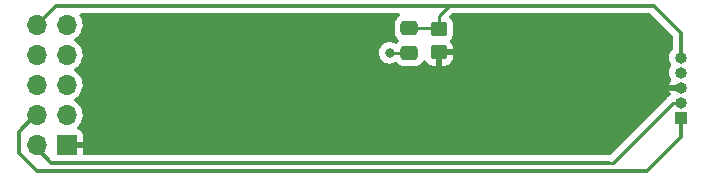
<source format=gbr>
%TF.GenerationSoftware,KiCad,Pcbnew,(6.0.2)*%
%TF.CreationDate,2023-02-06T19:57:10-08:00*%
%TF.ProjectId,SWD_to_v4WF_Cable,5357445f-746f-45f7-9634-57465f436162,rev?*%
%TF.SameCoordinates,Original*%
%TF.FileFunction,Copper,L1,Top*%
%TF.FilePolarity,Positive*%
%FSLAX46Y46*%
G04 Gerber Fmt 4.6, Leading zero omitted, Abs format (unit mm)*
G04 Created by KiCad (PCBNEW (6.0.2)) date 2023-02-06 19:57:10*
%MOMM*%
%LPD*%
G01*
G04 APERTURE LIST*
G04 Aperture macros list*
%AMRoundRect*
0 Rectangle with rounded corners*
0 $1 Rounding radius*
0 $2 $3 $4 $5 $6 $7 $8 $9 X,Y pos of 4 corners*
0 Add a 4 corners polygon primitive as box body*
4,1,4,$2,$3,$4,$5,$6,$7,$8,$9,$2,$3,0*
0 Add four circle primitives for the rounded corners*
1,1,$1+$1,$2,$3*
1,1,$1+$1,$4,$5*
1,1,$1+$1,$6,$7*
1,1,$1+$1,$8,$9*
0 Add four rect primitives between the rounded corners*
20,1,$1+$1,$2,$3,$4,$5,0*
20,1,$1+$1,$4,$5,$6,$7,0*
20,1,$1+$1,$6,$7,$8,$9,0*
20,1,$1+$1,$8,$9,$2,$3,0*%
G04 Aperture macros list end*
%TA.AperFunction,SMDPad,CuDef*%
%ADD10RoundRect,0.250000X0.450000X-0.350000X0.450000X0.350000X-0.450000X0.350000X-0.450000X-0.350000X0*%
%TD*%
%TA.AperFunction,SMDPad,CuDef*%
%ADD11RoundRect,0.250000X-0.475000X0.337500X-0.475000X-0.337500X0.475000X-0.337500X0.475000X0.337500X0*%
%TD*%
%TA.AperFunction,ComponentPad*%
%ADD12R,1.700000X1.700000*%
%TD*%
%TA.AperFunction,ComponentPad*%
%ADD13O,1.700000X1.700000*%
%TD*%
%TA.AperFunction,ComponentPad*%
%ADD14R,1.000000X1.000000*%
%TD*%
%TA.AperFunction,ComponentPad*%
%ADD15O,1.000000X1.000000*%
%TD*%
%TA.AperFunction,ViaPad*%
%ADD16C,0.800000*%
%TD*%
%TA.AperFunction,Conductor*%
%ADD17C,0.304800*%
%TD*%
%TA.AperFunction,Conductor*%
%ADD18C,0.250000*%
%TD*%
G04 APERTURE END LIST*
D10*
%TO.P,R1,1*%
%TO.N,+1V8*%
X163775000Y-56600000D03*
%TO.P,R1,2*%
%TO.N,/nRST*%
X163775000Y-54600000D03*
%TD*%
D11*
%TO.P,C1,1*%
%TO.N,/nRST*%
X161275000Y-54550000D03*
%TO.P,C1,2*%
%TO.N,GND*%
X161275000Y-56625000D03*
%TD*%
D12*
%TO.P,J2,1,Pin_1*%
%TO.N,+1V8*%
X132250000Y-64425000D03*
D13*
%TO.P,J2,2,Pin_2*%
%TO.N,/SWDIO*%
X129710000Y-64425000D03*
%TO.P,J2,3,Pin_3*%
%TO.N,GND*%
X132250000Y-61885000D03*
%TO.P,J2,4,Pin_4*%
%TO.N,/SWDCLK*%
X129710000Y-61885000D03*
%TO.P,J2,5,Pin_5*%
%TO.N,GND*%
X132250000Y-59345000D03*
%TO.P,J2,6,Pin_6*%
%TO.N,unconnected-(J2-Pad6)*%
X129710000Y-59345000D03*
%TO.P,J2,7,Pin_7*%
%TO.N,unconnected-(J2-Pad7)*%
X132250000Y-56805000D03*
%TO.P,J2,8,Pin_8*%
%TO.N,unconnected-(J2-Pad8)*%
X129710000Y-56805000D03*
%TO.P,J2,9,Pin_9*%
%TO.N,GND*%
X132250000Y-54265000D03*
%TO.P,J2,10,Pin_10*%
%TO.N,/nRST*%
X129710000Y-54265000D03*
%TD*%
D14*
%TO.P,J1,1,Pin_1*%
%TO.N,/SWDCLK*%
X184275000Y-62135000D03*
D15*
%TO.P,J1,2,Pin_2*%
%TO.N,/SWDIO*%
X184275000Y-60865000D03*
%TO.P,J1,3,Pin_3*%
%TO.N,+1V8*%
X184275000Y-59595000D03*
%TO.P,J1,4,Pin_4*%
%TO.N,GND*%
X184275000Y-58325000D03*
%TO.P,J1,5,Pin_5*%
%TO.N,/nRST*%
X184275000Y-57055000D03*
%TD*%
D16*
%TO.N,GND*%
X159600000Y-56625000D03*
%TD*%
D17*
%TO.N,/SWDCLK*%
X181392800Y-66632200D02*
X184275000Y-63750000D01*
X128190800Y-63304800D02*
X128190800Y-65108200D01*
X184275000Y-63750000D02*
X184275000Y-62135000D01*
X129610600Y-61885000D02*
X128190800Y-63304800D01*
X128190800Y-65108200D02*
X129714800Y-66632200D01*
X129714800Y-66632200D02*
X181392800Y-66632200D01*
X129710000Y-61885000D02*
X129610600Y-61885000D01*
D18*
%TO.N,/SWDIO*%
X183567894Y-60865000D02*
X178511894Y-65921000D01*
X184275000Y-60865000D02*
X183567894Y-60865000D01*
D17*
X129710000Y-64692500D02*
X130938500Y-65921000D01*
X129710000Y-64425000D02*
X129710000Y-64692500D01*
D18*
X178511894Y-65921000D02*
X178221000Y-65921000D01*
D17*
X130938500Y-65921000D02*
X178221000Y-65921000D01*
D18*
%TO.N,+1V8*%
X163775000Y-56600000D02*
X179200000Y-56600000D01*
X182195000Y-59595000D02*
X184275000Y-59595000D01*
X179200000Y-56600000D02*
X182195000Y-59595000D01*
%TO.N,GND*%
X161275000Y-56625000D02*
X159625000Y-56625000D01*
X159625000Y-56625000D02*
X159600000Y-56625000D01*
%TO.N,/nRST*%
X163725000Y-54550000D02*
X163775000Y-54600000D01*
X161275000Y-54550000D02*
X163725000Y-54550000D01*
D17*
X131338200Y-52636800D02*
X164611800Y-52636800D01*
D18*
X163775000Y-53473600D02*
X164611800Y-52636800D01*
D17*
X184275000Y-54940000D02*
X184275000Y-57055000D01*
D18*
X163775000Y-54600000D02*
X163775000Y-53473600D01*
D17*
X181971800Y-52636800D02*
X184275000Y-54940000D01*
X164611800Y-52636800D02*
X181971800Y-52636800D01*
X129710000Y-54265000D02*
X131338200Y-52636800D01*
%TD*%
%TA.AperFunction,Conductor*%
%TO.N,+1V8*%
G36*
X160461884Y-53317702D02*
G01*
X160508377Y-53371358D01*
X160518481Y-53441632D01*
X160488987Y-53506212D01*
X160460067Y-53530843D01*
X160325652Y-53614022D01*
X160200695Y-53739197D01*
X160196855Y-53745427D01*
X160196854Y-53745428D01*
X160128317Y-53856616D01*
X160107885Y-53889762D01*
X160097914Y-53919824D01*
X160055559Y-54047522D01*
X160052203Y-54057639D01*
X160041500Y-54162100D01*
X160041500Y-54937900D01*
X160041837Y-54941146D01*
X160041837Y-54941150D01*
X160048317Y-55003598D01*
X160052474Y-55043666D01*
X160054655Y-55050202D01*
X160054655Y-55050204D01*
X160072890Y-55104861D01*
X160108450Y-55211446D01*
X160201522Y-55361848D01*
X160206704Y-55367021D01*
X160223955Y-55384242D01*
X160326697Y-55486805D01*
X160330916Y-55489406D01*
X160371417Y-55546530D01*
X160374649Y-55617453D01*
X160339024Y-55678865D01*
X160331470Y-55685422D01*
X160325652Y-55689022D01*
X160320479Y-55694204D01*
X160203463Y-55811424D01*
X160141180Y-55845503D01*
X160070360Y-55840500D01*
X160057588Y-55834489D01*
X160056752Y-55833882D01*
X159882288Y-55756206D01*
X159788888Y-55736353D01*
X159701944Y-55717872D01*
X159701939Y-55717872D01*
X159695487Y-55716500D01*
X159504513Y-55716500D01*
X159498061Y-55717872D01*
X159498056Y-55717872D01*
X159411113Y-55736353D01*
X159317712Y-55756206D01*
X159311682Y-55758891D01*
X159311681Y-55758891D01*
X159149278Y-55831197D01*
X159149276Y-55831198D01*
X159143248Y-55833882D01*
X158988747Y-55946134D01*
X158984326Y-55951044D01*
X158984325Y-55951045D01*
X158960400Y-55977617D01*
X158860960Y-56088056D01*
X158835774Y-56131680D01*
X158777909Y-56231905D01*
X158765473Y-56253444D01*
X158706458Y-56435072D01*
X158705768Y-56441633D01*
X158705768Y-56441635D01*
X158694424Y-56549570D01*
X158686496Y-56625000D01*
X158687186Y-56631565D01*
X158705415Y-56805000D01*
X158706458Y-56814928D01*
X158765473Y-56996556D01*
X158768776Y-57002278D01*
X158768777Y-57002279D01*
X158791047Y-57040851D01*
X158860960Y-57161944D01*
X158865378Y-57166851D01*
X158865379Y-57166852D01*
X158955761Y-57267231D01*
X158988747Y-57303866D01*
X159143248Y-57416118D01*
X159149276Y-57418802D01*
X159149278Y-57418803D01*
X159225244Y-57452625D01*
X159317712Y-57493794D01*
X159399963Y-57511277D01*
X159498056Y-57532128D01*
X159498061Y-57532128D01*
X159504513Y-57533500D01*
X159695487Y-57533500D01*
X159701939Y-57532128D01*
X159701944Y-57532128D01*
X159800037Y-57511277D01*
X159882288Y-57493794D01*
X160006486Y-57438498D01*
X160050726Y-57418801D01*
X160051439Y-57418483D01*
X160051441Y-57418483D01*
X160056752Y-57416118D01*
X160057184Y-57417089D01*
X160120155Y-57401814D01*
X160187246Y-57425036D01*
X160203174Y-57438497D01*
X160326697Y-57561805D01*
X160332927Y-57565645D01*
X160332928Y-57565646D01*
X160470090Y-57650194D01*
X160477262Y-57654615D01*
X160544444Y-57676898D01*
X160638611Y-57708132D01*
X160638613Y-57708132D01*
X160645139Y-57710297D01*
X160651975Y-57710997D01*
X160651978Y-57710998D01*
X160695031Y-57715409D01*
X160749600Y-57721000D01*
X161800400Y-57721000D01*
X161803646Y-57720663D01*
X161803650Y-57720663D01*
X161899308Y-57710738D01*
X161899312Y-57710737D01*
X161906166Y-57710026D01*
X161912702Y-57707845D01*
X161912704Y-57707845D01*
X162044806Y-57663772D01*
X162073946Y-57654050D01*
X162224348Y-57560978D01*
X162349305Y-57435803D01*
X162354010Y-57428171D01*
X162434326Y-57297874D01*
X162487098Y-57250381D01*
X162557170Y-57238957D01*
X162622294Y-57267231D01*
X162648730Y-57297687D01*
X162723063Y-57417807D01*
X162732099Y-57429208D01*
X162846829Y-57543739D01*
X162858240Y-57552751D01*
X162996243Y-57637816D01*
X163009424Y-57643963D01*
X163163710Y-57695138D01*
X163177086Y-57698005D01*
X163271438Y-57707672D01*
X163277854Y-57708000D01*
X163502885Y-57708000D01*
X163518124Y-57703525D01*
X163519329Y-57702135D01*
X163521000Y-57694452D01*
X163521000Y-57689884D01*
X164029000Y-57689884D01*
X164033475Y-57705123D01*
X164034865Y-57706328D01*
X164042548Y-57707999D01*
X164272095Y-57707999D01*
X164278614Y-57707662D01*
X164374206Y-57697743D01*
X164387600Y-57694851D01*
X164541784Y-57643412D01*
X164554962Y-57637239D01*
X164692807Y-57551937D01*
X164704208Y-57542901D01*
X164818739Y-57428171D01*
X164827751Y-57416760D01*
X164912816Y-57278757D01*
X164918963Y-57265576D01*
X164970138Y-57111290D01*
X164973005Y-57097914D01*
X164982672Y-57003562D01*
X164983000Y-56997146D01*
X164983000Y-56872115D01*
X164978525Y-56856876D01*
X164977135Y-56855671D01*
X164969452Y-56854000D01*
X164047115Y-56854000D01*
X164031876Y-56858475D01*
X164030671Y-56859865D01*
X164029000Y-56867548D01*
X164029000Y-57689884D01*
X163521000Y-57689884D01*
X163521000Y-56472000D01*
X163541002Y-56403879D01*
X163594658Y-56357386D01*
X163647000Y-56346000D01*
X164964884Y-56346000D01*
X164980123Y-56341525D01*
X164981328Y-56340135D01*
X164982999Y-56332452D01*
X164982999Y-56202905D01*
X164982662Y-56196386D01*
X164972743Y-56100794D01*
X164969851Y-56087400D01*
X164918412Y-55933216D01*
X164912239Y-55920038D01*
X164826937Y-55782193D01*
X164817901Y-55770792D01*
X164736538Y-55689570D01*
X164702459Y-55627287D01*
X164707462Y-55556467D01*
X164736383Y-55511380D01*
X164819130Y-55428488D01*
X164819134Y-55428483D01*
X164824305Y-55423303D01*
X164848383Y-55384242D01*
X164913275Y-55278968D01*
X164913276Y-55278966D01*
X164917115Y-55272738D01*
X164958326Y-55148489D01*
X164970632Y-55111389D01*
X164970632Y-55111387D01*
X164972797Y-55104861D01*
X164983500Y-55000400D01*
X164983500Y-54199600D01*
X164979609Y-54162100D01*
X164973238Y-54100692D01*
X164973237Y-54100688D01*
X164972526Y-54093834D01*
X164960451Y-54057639D01*
X164918868Y-53933002D01*
X164916550Y-53926054D01*
X164823478Y-53775652D01*
X164698303Y-53650695D01*
X164694063Y-53648081D01*
X164653557Y-53590950D01*
X164650324Y-53520027D01*
X164683616Y-53460888D01*
X164711228Y-53433277D01*
X164809901Y-53334604D01*
X164872213Y-53300579D01*
X164898996Y-53297700D01*
X181645856Y-53297700D01*
X181713977Y-53317702D01*
X181734951Y-53334605D01*
X183577195Y-55176849D01*
X183611221Y-55239161D01*
X183614100Y-55265944D01*
X183614100Y-56231905D01*
X183594098Y-56300026D01*
X183574372Y-56321965D01*
X183575183Y-56322793D01*
X183570783Y-56327102D01*
X183565975Y-56330968D01*
X183438846Y-56482474D01*
X183435879Y-56487872D01*
X183435875Y-56487877D01*
X183386692Y-56577342D01*
X183343567Y-56655787D01*
X183341706Y-56661654D01*
X183341705Y-56661656D01*
X183296234Y-56805000D01*
X183283765Y-56844306D01*
X183261719Y-57040851D01*
X183262235Y-57046995D01*
X183275721Y-57207596D01*
X183278268Y-57237934D01*
X183279967Y-57243858D01*
X183330365Y-57419616D01*
X183332783Y-57428050D01*
X183423187Y-57603956D01*
X183427016Y-57608787D01*
X183428839Y-57611088D01*
X183429414Y-57612509D01*
X183430353Y-57613966D01*
X183430076Y-57614144D01*
X183455474Y-57676898D01*
X183442301Y-57746662D01*
X183438846Y-57752474D01*
X183343567Y-57925787D01*
X183341706Y-57931654D01*
X183341705Y-57931656D01*
X183285627Y-58108436D01*
X183283765Y-58114306D01*
X183261719Y-58310851D01*
X183262235Y-58316995D01*
X183276881Y-58491411D01*
X183278268Y-58507934D01*
X183279967Y-58513858D01*
X183326568Y-58676375D01*
X183332783Y-58698050D01*
X183423187Y-58873956D01*
X183429164Y-58881497D01*
X183429843Y-58883174D01*
X183430353Y-58883966D01*
X183430203Y-58884063D01*
X183455802Y-58947304D01*
X183442633Y-59017069D01*
X183439254Y-59022754D01*
X183439262Y-59022758D01*
X183346998Y-59190585D01*
X183342166Y-59201858D01*
X183303506Y-59323731D01*
X183303202Y-59337831D01*
X183309763Y-59341000D01*
X184403000Y-59341000D01*
X184471121Y-59361002D01*
X184517614Y-59414658D01*
X184529000Y-59467000D01*
X184529000Y-59723000D01*
X184508998Y-59791121D01*
X184455342Y-59837614D01*
X184403000Y-59849000D01*
X183317282Y-59849000D01*
X183303751Y-59852973D01*
X183302601Y-59860975D01*
X183331552Y-59961941D01*
X183336067Y-59973345D01*
X183400042Y-60097827D01*
X183413389Y-60167558D01*
X183386919Y-60233435D01*
X183328755Y-60272626D01*
X183329187Y-60273623D01*
X183323843Y-60275936D01*
X183323128Y-60276417D01*
X183314301Y-60278982D01*
X183307475Y-60283019D01*
X183296866Y-60289293D01*
X183279118Y-60297988D01*
X183260277Y-60305448D01*
X183253861Y-60310110D01*
X183253860Y-60310110D01*
X183224507Y-60331436D01*
X183214587Y-60337952D01*
X183183359Y-60356420D01*
X183183356Y-60356422D01*
X183176532Y-60360458D01*
X183162211Y-60374779D01*
X183147178Y-60387619D01*
X183130787Y-60399528D01*
X183125736Y-60405634D01*
X183102596Y-60433605D01*
X183094606Y-60442384D01*
X178313794Y-65223195D01*
X178251482Y-65257221D01*
X178224699Y-65260100D01*
X133734000Y-65260100D01*
X133665879Y-65240098D01*
X133619386Y-65186442D01*
X133608000Y-65134100D01*
X133608000Y-64697115D01*
X133603525Y-64681876D01*
X133602135Y-64680671D01*
X133594452Y-64679000D01*
X132122000Y-64679000D01*
X132053879Y-64658998D01*
X132007386Y-64605342D01*
X131996000Y-64553000D01*
X131996000Y-64297000D01*
X132016002Y-64228879D01*
X132069658Y-64182386D01*
X132122000Y-64171000D01*
X133589884Y-64171000D01*
X133605123Y-64166525D01*
X133606328Y-64165135D01*
X133607999Y-64157452D01*
X133607999Y-63530331D01*
X133607629Y-63523510D01*
X133602105Y-63472648D01*
X133598479Y-63457396D01*
X133553324Y-63336946D01*
X133544786Y-63321351D01*
X133468285Y-63219276D01*
X133455724Y-63206715D01*
X133353649Y-63130214D01*
X133338054Y-63121676D01*
X133227813Y-63080348D01*
X133171049Y-63037706D01*
X133146349Y-62971145D01*
X133161557Y-62901796D01*
X133183104Y-62873115D01*
X133284430Y-62772144D01*
X133284440Y-62772132D01*
X133288096Y-62768489D01*
X133304748Y-62745316D01*
X133415435Y-62591277D01*
X133418453Y-62587077D01*
X133439320Y-62544857D01*
X133515136Y-62391453D01*
X133515137Y-62391451D01*
X133517430Y-62386811D01*
X133559473Y-62248433D01*
X133580865Y-62178023D01*
X133580865Y-62178021D01*
X133582370Y-62173069D01*
X133611529Y-61951590D01*
X133613156Y-61885000D01*
X133594852Y-61662361D01*
X133540431Y-61445702D01*
X133451354Y-61240840D01*
X133330014Y-61053277D01*
X133179670Y-60888051D01*
X133175619Y-60884852D01*
X133175615Y-60884848D01*
X133008414Y-60752800D01*
X133008410Y-60752798D01*
X133004359Y-60749598D01*
X132963053Y-60726796D01*
X132913084Y-60676364D01*
X132898312Y-60606921D01*
X132923428Y-60540516D01*
X132950780Y-60513909D01*
X132994603Y-60482650D01*
X133129860Y-60386173D01*
X133134256Y-60381793D01*
X133273790Y-60242745D01*
X133288096Y-60228489D01*
X133347594Y-60145689D01*
X133415435Y-60051277D01*
X133418453Y-60047077D01*
X133429429Y-60024870D01*
X133515136Y-59851453D01*
X133515137Y-59851451D01*
X133517430Y-59846811D01*
X133582370Y-59633069D01*
X133611529Y-59411590D01*
X133613156Y-59345000D01*
X133594852Y-59122361D01*
X133540431Y-58905702D01*
X133451354Y-58700840D01*
X133330014Y-58513277D01*
X133179670Y-58348051D01*
X133175619Y-58344852D01*
X133175615Y-58344848D01*
X133008414Y-58212800D01*
X133008410Y-58212798D01*
X133004359Y-58209598D01*
X132963053Y-58186796D01*
X132913084Y-58136364D01*
X132898312Y-58066921D01*
X132923428Y-58000516D01*
X132950780Y-57973909D01*
X132994603Y-57942650D01*
X133129860Y-57846173D01*
X133288096Y-57688489D01*
X133347594Y-57605689D01*
X133415435Y-57511277D01*
X133418453Y-57507077D01*
X133439320Y-57464857D01*
X133515136Y-57311453D01*
X133515137Y-57311451D01*
X133517430Y-57306811D01*
X133582370Y-57093069D01*
X133611529Y-56871590D01*
X133611628Y-56867548D01*
X133613074Y-56808365D01*
X133613074Y-56808361D01*
X133613156Y-56805000D01*
X133594852Y-56582361D01*
X133540431Y-56365702D01*
X133451354Y-56160840D01*
X133401093Y-56083148D01*
X133332822Y-55977617D01*
X133332820Y-55977614D01*
X133330014Y-55973277D01*
X133179670Y-55808051D01*
X133175619Y-55804852D01*
X133175615Y-55804848D01*
X133008414Y-55672800D01*
X133008410Y-55672798D01*
X133004359Y-55669598D01*
X132963053Y-55646796D01*
X132913084Y-55596364D01*
X132898312Y-55526921D01*
X132923428Y-55460516D01*
X132950780Y-55433909D01*
X132994603Y-55402650D01*
X133129860Y-55306173D01*
X133164399Y-55271755D01*
X133218667Y-55217676D01*
X133288096Y-55148489D01*
X133347594Y-55065689D01*
X133415435Y-54971277D01*
X133418453Y-54967077D01*
X133439320Y-54924857D01*
X133515136Y-54771453D01*
X133515137Y-54771451D01*
X133517430Y-54766811D01*
X133582370Y-54553069D01*
X133611529Y-54331590D01*
X133613156Y-54265000D01*
X133594852Y-54042361D01*
X133540431Y-53825702D01*
X133451354Y-53620840D01*
X133368094Y-53492139D01*
X133347887Y-53424080D01*
X133367683Y-53355899D01*
X133421198Y-53309245D01*
X133473886Y-53297700D01*
X160393763Y-53297700D01*
X160461884Y-53317702D01*
G37*
%TD.AperFunction*%
%TD*%
M02*

</source>
